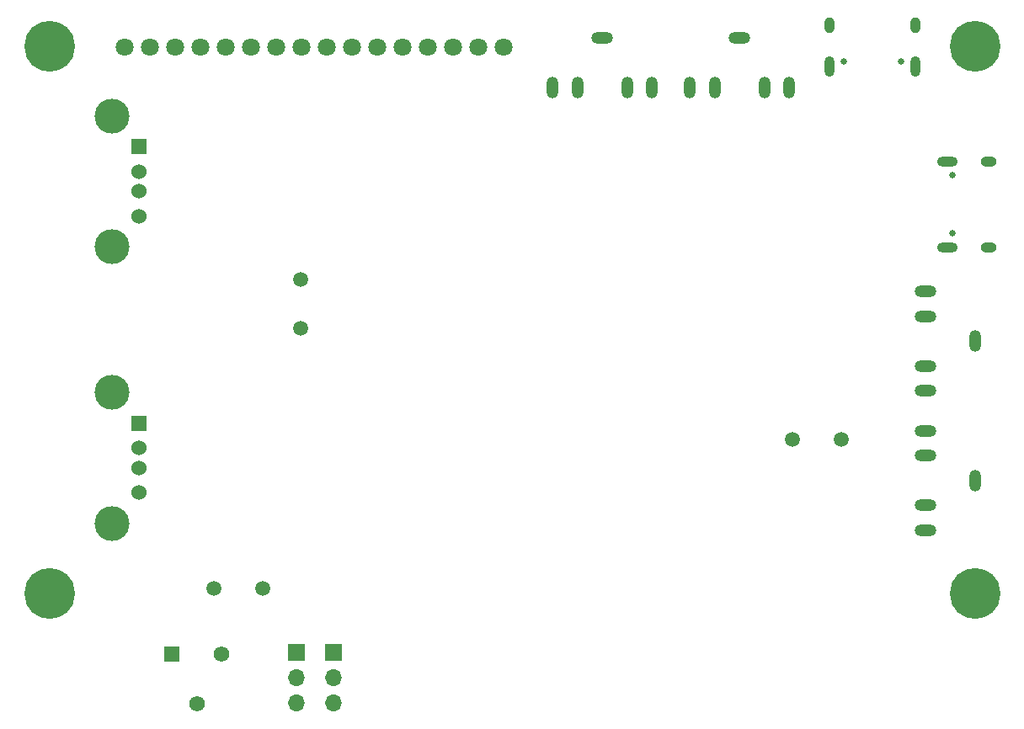
<source format=gbs>
%TF.GenerationSoftware,KiCad,Pcbnew,(6.0.5)*%
%TF.CreationDate,2023-10-27T13:21:37+02:00*%
%TF.ProjectId,Tape_Emulator,54617065-5f45-46d7-956c-61746f722e6b,rev?*%
%TF.SameCoordinates,Original*%
%TF.FileFunction,Soldermask,Bot*%
%TF.FilePolarity,Negative*%
%FSLAX46Y46*%
G04 Gerber Fmt 4.6, Leading zero omitted, Abs format (unit mm)*
G04 Created by KiCad (PCBNEW (6.0.5)) date 2023-10-27 13:21:37*
%MOMM*%
%LPD*%
G01*
G04 APERTURE LIST*
%ADD10R,1.700000X1.700000*%
%ADD11O,1.700000X1.700000*%
%ADD12R,1.560000X1.560000*%
%ADD13C,1.560000*%
%ADD14C,1.500000*%
%ADD15R,1.524000X1.524000*%
%ADD16C,1.524000*%
%ADD17C,3.500000*%
%ADD18C,0.650000*%
%ADD19O,1.000000X2.100000*%
%ADD20O,1.000000X1.600000*%
%ADD21O,2.100000X1.000000*%
%ADD22O,1.600000X1.000000*%
%ADD23O,1.200000X2.200000*%
%ADD24O,2.200000X1.200000*%
%ADD25C,1.800000*%
%ADD26C,5.100000*%
G04 APERTURE END LIST*
D10*
%TO.C,J10*%
X100457000Y-117109000D03*
D11*
X100457000Y-119649000D03*
X100457000Y-122189000D03*
%TD*%
D12*
%TO.C,RV1*%
X87924000Y-117267000D03*
D13*
X90424000Y-122267000D03*
X92924000Y-117267000D03*
%TD*%
D14*
%TO.C,Y1*%
X100838000Y-79592000D03*
X100838000Y-84472000D03*
%TD*%
D15*
%TO.C,J5*%
X84594500Y-66223000D03*
D16*
X84594500Y-68723000D03*
X84594500Y-70723000D03*
X84594500Y-73223000D03*
D17*
X81884500Y-76293000D03*
X81884500Y-63153000D03*
%TD*%
D18*
%TO.C,J7*%
X161261000Y-57636000D03*
X155481000Y-57636000D03*
D19*
X162691000Y-58166000D03*
X154051000Y-58166000D03*
D20*
X162691000Y-53986000D03*
X154051000Y-53986000D03*
%TD*%
D18*
%TO.C,J8*%
X166437000Y-74899000D03*
X166437000Y-69119000D03*
D21*
X165907000Y-76329000D03*
D22*
X170087000Y-67689000D03*
D21*
X165907000Y-67689000D03*
D22*
X170087000Y-76329000D03*
%TD*%
D23*
%TO.C,J2*%
X150000000Y-60300000D03*
X147500000Y-60300000D03*
D24*
X145000000Y-55300000D03*
D23*
X140000000Y-60300000D03*
X142500000Y-60300000D03*
%TD*%
D10*
%TO.C,J9*%
X104140000Y-117109000D03*
D11*
X104140000Y-119649000D03*
X104140000Y-122189000D03*
%TD*%
D14*
%TO.C,Y3*%
X97065000Y-110617000D03*
X92185000Y-110617000D03*
%TD*%
D24*
%TO.C,J3*%
X163700000Y-90800000D03*
X163700000Y-88300000D03*
D23*
X168700000Y-85800000D03*
D24*
X163700000Y-80800000D03*
X163700000Y-83300000D03*
%TD*%
D23*
%TO.C,J1*%
X136200000Y-60300000D03*
X133700000Y-60300000D03*
D24*
X131200000Y-55300000D03*
D23*
X126200000Y-60300000D03*
X128700000Y-60300000D03*
%TD*%
D15*
%TO.C,J6*%
X84594500Y-94036000D03*
D16*
X84594500Y-96536000D03*
X84594500Y-98536000D03*
X84594500Y-101036000D03*
D17*
X81884500Y-104106000D03*
X81884500Y-90966000D03*
%TD*%
D24*
%TO.C,J4*%
X163700000Y-104800000D03*
X163700000Y-102300000D03*
D23*
X168700000Y-99800000D03*
D24*
X163700000Y-94800000D03*
X163700000Y-97300000D03*
%TD*%
D14*
%TO.C,Y2*%
X150331000Y-95631000D03*
X155211000Y-95631000D03*
%TD*%
D25*
%TO.C,DS1*%
X83157000Y-56192000D03*
X85697000Y-56192000D03*
X88237000Y-56192000D03*
X90777000Y-56192000D03*
X93317000Y-56192000D03*
X95857000Y-56192000D03*
X98397000Y-56192000D03*
X100937000Y-56192000D03*
X103477000Y-56192000D03*
X106017000Y-56192000D03*
X108557000Y-56192000D03*
X111097000Y-56192000D03*
X113637000Y-56192000D03*
X116177000Y-56192000D03*
X118717000Y-56192000D03*
X121257000Y-56192000D03*
D26*
X75657000Y-56152000D03*
X168657000Y-56152000D03*
X168657000Y-111152000D03*
X75657000Y-111152000D03*
%TD*%
M02*

</source>
